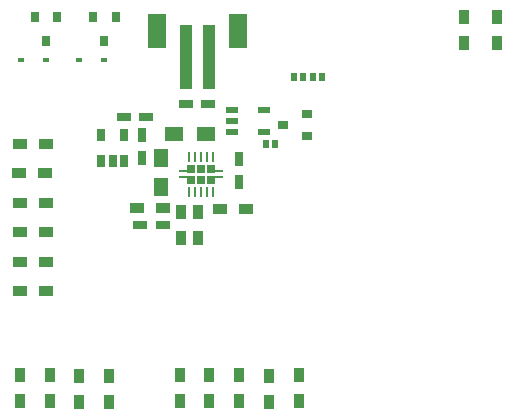
<source format=gbr>
G04 #@! TF.GenerationSoftware,KiCad,Pcbnew,(5.1.2)-1*
G04 #@! TF.CreationDate,2020-12-24T11:37:57-05:00*
G04 #@! TF.ProjectId,Glove PCB,476c6f76-6520-4504-9342-2e6b69636164,rev?*
G04 #@! TF.SameCoordinates,PX1312d00PYb80f240*
G04 #@! TF.FileFunction,Paste,Bot*
G04 #@! TF.FilePolarity,Positive*
%FSLAX46Y46*%
G04 Gerber Fmt 4.6, Leading zero omitted, Abs format (unit mm)*
G04 Created by KiCad (PCBNEW (5.1.2)-1) date 2020-12-24 11:37:57*
%MOMM*%
%LPD*%
G04 APERTURE LIST*
%ADD10R,0.650000X1.060000*%
%ADD11R,0.750000X1.200000*%
%ADD12R,0.600000X0.450000*%
%ADD13R,0.640000X0.640000*%
%ADD14R,0.700000X0.280000*%
%ADD15R,0.280000X0.850000*%
%ADD16R,0.900000X1.200000*%
%ADD17R,1.200000X0.900000*%
%ADD18R,1.500000X1.300000*%
%ADD19R,1.200000X0.750000*%
%ADD20R,1.250000X1.500000*%
%ADD21R,1.600000X3.000000*%
%ADD22R,1.000000X5.500000*%
%ADD23R,0.900000X0.800000*%
%ADD24R,0.800000X0.900000*%
%ADD25R,1.050000X0.600000*%
%ADD26R,0.575000X0.650000*%
G04 APERTURE END LIST*
D10*
X11999000Y26439500D03*
X10099000Y26439500D03*
X10099000Y24239500D03*
X11049000Y24239500D03*
X11999000Y24239500D03*
D11*
X21719500Y22441500D03*
X21719500Y24341500D03*
D12*
X10294000Y32726000D03*
X8194000Y32726000D03*
D13*
X17684500Y22608500D03*
X17684500Y23568500D03*
X18544500Y22608500D03*
X18544500Y23568500D03*
X19404500Y23568500D03*
D14*
X20094500Y22838500D03*
X16994500Y22838500D03*
X20094500Y23338500D03*
X16994500Y23338500D03*
D13*
X19404500Y22608500D03*
D15*
X17544500Y21613500D03*
X18044500Y21613500D03*
X18544500Y21613500D03*
X19044500Y21613500D03*
X19544500Y21613500D03*
X19544500Y24563500D03*
X19044500Y24563500D03*
X18544500Y24563500D03*
X18044500Y24563500D03*
X17544500Y24563500D03*
D16*
X26799500Y3856000D03*
X26799500Y6056000D03*
X24259500Y3813000D03*
X24259500Y6013000D03*
X21783000Y3856000D03*
X21783000Y6056000D03*
X19243000Y3856000D03*
X19243000Y6056000D03*
X16766500Y3856000D03*
X16766500Y6056000D03*
X10734000Y3813000D03*
X10734000Y6013000D03*
X8194000Y3813000D03*
X8194000Y6013000D03*
X5781000Y3856000D03*
X5781000Y6056000D03*
X3241000Y3897000D03*
X3241000Y6097000D03*
D17*
X3200000Y13168000D03*
X5400000Y13168000D03*
X3200000Y15644500D03*
X5400000Y15644500D03*
X3200000Y18184500D03*
X5400000Y18184500D03*
X3200000Y20661000D03*
X5400000Y20661000D03*
X3157000Y23201000D03*
X5357000Y23201000D03*
X3200000Y25677500D03*
X5400000Y25677500D03*
X15306000Y20216500D03*
X13106000Y20216500D03*
D16*
X16830000Y19899000D03*
X16830000Y17699000D03*
X18290500Y17699000D03*
X18290500Y19899000D03*
D17*
X20132000Y20153000D03*
X22332000Y20153000D03*
D16*
X43563500Y34162500D03*
X43563500Y36362500D03*
X40833000Y34176000D03*
X40833000Y36376000D03*
D18*
X18989000Y26503000D03*
X16289000Y26503000D03*
D19*
X12006500Y27963500D03*
X13906500Y27963500D03*
D20*
X15179000Y21971000D03*
X15179000Y24471000D03*
D19*
X13406000Y18819500D03*
X15306000Y18819500D03*
X19150000Y29046000D03*
X17250000Y29046000D03*
D11*
X13528000Y26373500D03*
X13528000Y24473500D03*
D21*
X14850000Y35250000D03*
X21650000Y35250000D03*
D22*
X17250000Y33000000D03*
X19250000Y33000000D03*
D23*
X27500000Y28200000D03*
X27500000Y26300000D03*
X25500000Y27250000D03*
D24*
X4450000Y36377000D03*
X6350000Y36377000D03*
X5400000Y34377000D03*
X9403000Y36377000D03*
X11303000Y36377000D03*
X10353000Y34377000D03*
D25*
X21148000Y26630000D03*
X21148000Y27580000D03*
X21148000Y28530000D03*
X23848000Y28530000D03*
X23848000Y26630000D03*
D26*
X24837500Y25614000D03*
X24062500Y25614000D03*
D12*
X5400000Y32726000D03*
X3300000Y32726000D03*
D26*
X27187000Y31329000D03*
X26412000Y31329000D03*
X28789001Y31329000D03*
X28014001Y31329000D03*
M02*

</source>
